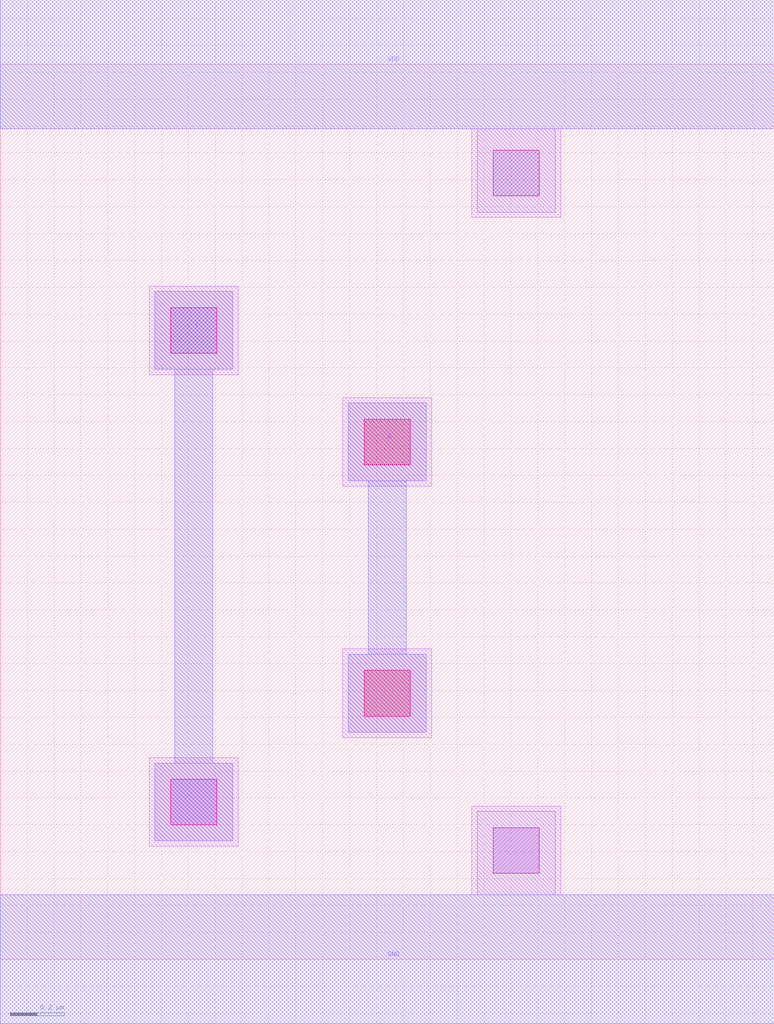
<source format=lef>
MACRO INVX1
 CLASS CORE ;
 FOREIGN INVX1 0 0 ;
 SIZE 2.88 BY 3.33 ;
 ORIGIN 0 0 ;
 SYMMETRY X Y R90 ;
 SITE unit ;
  PIN VDD
   DIRECTION INOUT ;
   USE POWER ;
   SHAPE ABUTMENT ;
    PORT
     CLASS CORE ;
       LAYER met1 ;
        RECT 0.00000000 3.09000000 2.88000000 3.57000000 ;
    END
  END VDD

  PIN GND
   DIRECTION INOUT ;
   USE POWER ;
   SHAPE ABUTMENT ;
    PORT
     CLASS CORE ;
       LAYER met1 ;
        RECT 0.00000000 -0.24000000 2.88000000 0.24000000 ;
    END
  END GND

  PIN Y
   DIRECTION INOUT ;
   USE SIGNAL ;
   SHAPE ABUTMENT ;
    PORT
     CLASS CORE ;
       LAYER met1 ;
        RECT 0.57500000 0.44000000 0.86500000 0.73000000 ;
        RECT 0.65000000 0.73000000 0.79000000 2.19500000 ;
        RECT 0.57500000 2.19500000 0.86500000 2.48500000 ;
    END
  END Y

  PIN A
   DIRECTION INOUT ;
   USE SIGNAL ;
   SHAPE ABUTMENT ;
    PORT
     CLASS CORE ;
       LAYER met1 ;
        RECT 1.29500000 0.84500000 1.58500000 1.13500000 ;
        RECT 1.37000000 1.13500000 1.51000000 1.78000000 ;
        RECT 1.29500000 1.78000000 1.58500000 2.07000000 ;
    END
  END A

 OBS
    LAYER polycont ;
     RECT 1.35500000 0.90500000 1.52500000 1.07500000 ;
     RECT 1.35500000 1.84000000 1.52500000 2.01000000 ;

    LAYER pdiffc ;
     RECT 0.63500000 2.25500000 0.80500000 2.42500000 ;
     RECT 1.83500000 2.84000000 2.00500000 3.01000000 ;

    LAYER ndiffc ;
     RECT 1.83500000 0.32000000 2.00500000 0.49000000 ;
     RECT 0.63500000 0.50000000 0.80500000 0.67000000 ;

    LAYER li1 ;
     RECT 1.75500000 0.24000000 2.08500000 0.57000000 ;
     RECT 0.55500000 0.42000000 0.88500000 0.75000000 ;
     RECT 1.27500000 0.82500000 1.60500000 1.15500000 ;
     RECT 1.27500000 1.76000000 1.60500000 2.09000000 ;
     RECT 0.55500000 2.17500000 0.88500000 2.50500000 ;
     RECT 1.75500000 2.76000000 2.08500000 3.09000000 ;

    LAYER viali ;
     RECT 1.83500000 0.32000000 2.00500000 0.49000000 ;
     RECT 0.63500000 0.50000000 0.80500000 0.67000000 ;
     RECT 1.35500000 0.90500000 1.52500000 1.07500000 ;
     RECT 1.35500000 1.84000000 1.52500000 2.01000000 ;
     RECT 0.63500000 2.25500000 0.80500000 2.42500000 ;
     RECT 1.83500000 2.84000000 2.00500000 3.01000000 ;

    LAYER met1 ;
     RECT 0.00000000 -0.24000000 2.88000000 0.24000000 ;
     RECT 1.77500000 0.24000000 2.06500000 0.55000000 ;
     RECT 1.29500000 0.84500000 1.58500000 1.13500000 ;
     RECT 1.37000000 1.13500000 1.51000000 1.78000000 ;
     RECT 1.29500000 1.78000000 1.58500000 2.07000000 ;
     RECT 0.57500000 0.44000000 0.86500000 0.73000000 ;
     RECT 0.65000000 0.73000000 0.79000000 2.19500000 ;
     RECT 0.57500000 2.19500000 0.86500000 2.48500000 ;
     RECT 1.77500000 2.78000000 2.06500000 3.09000000 ;
     RECT 0.00000000 3.09000000 2.88000000 3.57000000 ;

 END
END INVX1

</source>
